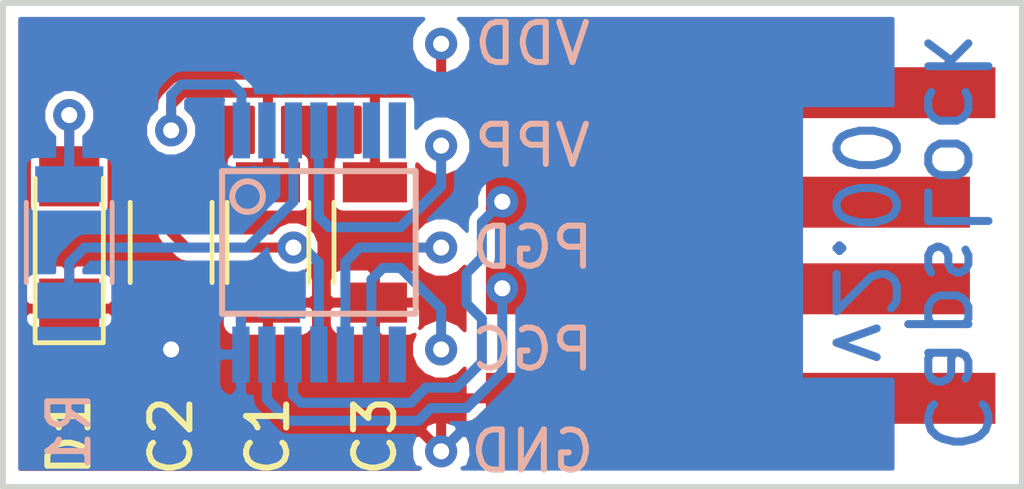
<source format=kicad_pcb>
(kicad_pcb (version 20170922) (host pcbnew no-vcs-found-72d4889~60~ubuntu17.04.1)

(general
  (thickness 2.4)
  (drawings 7)
  (tracks 97)
  (zones 0)
  (modules 12)
  (nets 16)
)

(page A4)
(title_block
  (title CapsLock)
  (date 2017-10-21)
  (rev 1.00)
  (company androidarmstrong@gmail.com)
)

(layers
  (0 F.Cu signal hide)
  (31 B.Cu signal)
  (32 B.Adhes user hide)
  (33 F.Adhes user hide)
  (34 B.Paste user hide)
  (35 F.Paste user hide)
  (36 B.SilkS user)
  (37 F.SilkS user)
  (38 B.Mask user hide)
  (39 F.Mask user hide)
  (40 Dwgs.User user hide)
  (41 Cmts.User user)
  (42 Eco1.User user hide)
  (43 Eco2.User user hide)
  (44 Edge.Cuts user)
  (45 Margin user hide)
  (46 B.CrtYd user)
  (47 F.CrtYd user)
  (48 B.Fab user)
  (49 F.Fab user)
)


(setup
  (last_trace_width 0.25)
  (user_trace_width 0.1524)
  (user_trace_width 0.254)
  (user_trace_width 0.3048)
  (user_trace_width 0.4064)
  (user_trace_width 0.508)
  (user_trace_width 0.762)
  (user_trace_width 1.016)
  (trace_clearance 0.2)
  (zone_clearance 0.1)
  (zone_45_only yes)
  (trace_min 0.1524)
  (segment_width 0.2)
  (edge_width 0.15)
  (via_size 0.8)
  (via_drill 0.4)
  (via_min_size 0.4)
  (via_min_drill 0.3)
  (uvia_size 0.3)
  (uvia_drill 0.1)
  (uvias_allowed no)
  (uvia_min_size 0.2)
  (uvia_min_drill 0.1)
  (pcb_text_width 0.3)
  (pcb_text_size 1.5 1.5)
  (mod_edge_width 0.15)
  (mod_text_size 1 1)
  (mod_text_width 0.15)
  (pad_size 0.8 0.8)
  (pad_drill 0.4)
  (pad_to_mask_clearance 0.2)
  (aux_axis_origin 101.6 62.865)
  (grid_origin 101.6 62.865)
  (visible_elements FFFDFF7F)
  (pcbplotparams
    (layerselection 0x012fc_ffffffff)
    (usegerberextensions false)
    (usegerberattributes true)
    (usegerberadvancedattributes true)
    (creategerberjobfile true)
    (excludeedgelayer true)
    (linewidth 0.100000)
    (plotframeref false)
    (viasonmask false)
    (mode 1)
    (useauxorigin true)
    (hpglpennumber 1)
    (hpglpenspeed 20)
    (hpglpendiameter 15)
    (psnegative false)
    (psa4output false)
    (plotreference true)
    (plotvalue true)
    (plotinvisibletext false)
    (padsonsilk false)
    (subtractmaskfromsilk false)
    (outputformat 1)
    (mirror false)
    (drillshape 0)
    (scaleselection 1)
    (outputdirectory gerber/))
)

(net 0 "")
(net 1 VDD)
(net 2 GND)
(net 3 /VUSB)
(net 4 /VPP)
(net 5 /PGD)
(net 6 /PGC)
(net 7 /D+)
(net 8 /D-)
(net 9 /N1)
(net 10 /RC3)
(net 11 /RC4)
(net 12 /RC5)
(net 13 /RA4)
(net 14 /RA5)
(net 15 /RC2)

(net_class Default "This is the default net class."
  (clearance 0.2)
  (trace_width 0.25)
  (via_dia 0.8)
  (via_drill 0.4)
  (uvia_dia 0.3)
  (uvia_drill 0.1)
  (add_net /D+)
  (add_net /D-)
  (add_net /N1)
  (add_net /PGC)
  (add_net /PGD)
  (add_net /RA4)
  (add_net /RA5)
  (add_net /RC2)
  (add_net /RC3)
  (add_net /RC4)
  (add_net /RC5)
  (add_net /VPP)
  (add_net /VUSB)
  (add_net GND)
  (add_net VDD)
)

  (module myKicadStuff:1pin (layer B.Cu) (tedit 59EBFE4F) (tstamp 59EB2B1E)
    (at 112.522 61.976)
    (descr "module 1 pin (ou trou mecanique de percage)")
    (tags DEV)
    (path /59E194D5)
    (clearance 0.3)
    (fp_text reference GND (at 2.275 0) (layer B.SilkS)
      (effects (font (size 1 1) (thickness 0.15)) (justify mirror))
    )
    (fp_text value GND (at 2.286 0) (layer B.Fab)
      (effects (font (size 1 1) (thickness 0.15)) (justify mirror))
    )
    (fp_circle (center 0 0) (end 0.508 0) (layer B.Fab) (width 0.0254))
    (fp_circle (center 0 0) (end 0.5 -0.25) (layer B.CrtYd) (width 0.01))
    (pad 1 thru_hole circle (at 0 0) (size 0.8 0.8) (drill 0.4) (layers *.Cu *.Mask)
      (net 2 GND) (zone_connect 1) (thermal_width 0.25))
  )

  (module myKicadStuff:1pin (layer B.Cu) (tedit 59EBFE4F) (tstamp 59EB2B16)
    (at 112.522 59.436)
    (descr "module 1 pin (ou trou mecanique de percage)")
    (tags DEV)
    (path /59E194A8)
    (clearance 0.3)
    (fp_text reference PGC (at 2.275 0) (layer B.SilkS)
      (effects (font (size 1 1) (thickness 0.15)) (justify mirror))
    )
    (fp_text value PGC (at 2.286 0) (layer B.Fab)
      (effects (font (size 1 1) (thickness 0.15)) (justify mirror))
    )
    (fp_circle (center 0 0) (end 0.508 0) (layer B.Fab) (width 0.0254))
    (fp_circle (center 0 0) (end 0.5 -0.25) (layer B.CrtYd) (width 0.01))
    (pad 1 thru_hole circle (at 0 0) (size 0.8 0.8) (drill 0.4) (layers *.Cu *.Mask)
      (net 6 /PGC) (zone_connect 1) (thermal_width 0.25))
  )

  (module myKicadStuff:1pin (layer B.Cu) (tedit 59EBFE4F) (tstamp 59EB2B0E)
    (at 112.522 56.896)
    (descr "module 1 pin (ou trou mecanique de percage)")
    (tags DEV)
    (path /59E19485)
    (clearance 0.3)
    (fp_text reference PGD (at 2.275 0) (layer B.SilkS)
      (effects (font (size 1 1) (thickness 0.15)) (justify mirror))
    )
    (fp_text value PGD (at 2.286 0) (layer B.Fab)
      (effects (font (size 1 1) (thickness 0.15)) (justify mirror))
    )
    (fp_circle (center 0 0) (end 0.508 0) (layer B.Fab) (width 0.0254))
    (fp_circle (center 0 0) (end 0.5 -0.25) (layer B.CrtYd) (width 0.01))
    (pad 1 thru_hole circle (at 0 0) (size 0.8 0.8) (drill 0.4) (layers *.Cu *.Mask)
      (net 5 /PGD) (zone_connect 1) (thermal_width 0.25))
  )

  (module myKicadStuff:1pin (layer B.Cu) (tedit 59EBFE4F) (tstamp 59EB2B06)
    (at 112.522 54.356)
    (descr "module 1 pin (ou trou mecanique de percage)")
    (tags DEV)
    (path /59E1942E)
    (clearance 0.3)
    (fp_text reference VPP (at 2.275 0) (layer B.SilkS)
      (effects (font (size 1 1) (thickness 0.15)) (justify mirror))
    )
    (fp_text value VPP (at 2.286 0) (layer B.Fab)
      (effects (font (size 1 1) (thickness 0.15)) (justify mirror))
    )
    (fp_circle (center 0 0) (end 0.508 0) (layer B.Fab) (width 0.0254))
    (fp_circle (center 0 0) (end 0.5 -0.25) (layer B.CrtYd) (width 0.01))
    (pad 1 thru_hole circle (at 0 0) (size 0.8 0.8) (drill 0.4) (layers *.Cu *.Mask)
      (net 4 /VPP) (zone_connect 1) (thermal_width 0.25))
  )

  (module myKicadStuff:1pin (layer B.Cu) (tedit 59EBFE4F) (tstamp 59EB2AFE)
    (at 112.522 51.816)
    (descr "module 1 pin (ou trou mecanique de percage)")
    (tags DEV)
    (path /59E1939A)
    (clearance 0.3)
    (fp_text reference VDD (at 2.275 0) (layer B.SilkS)
      (effects (font (size 1 1) (thickness 0.15)) (justify mirror))
    )
    (fp_text value VDD (at 2.286 0) (layer B.Fab)
      (effects (font (size 1 1) (thickness 0.15)) (justify mirror))
    )
    (fp_circle (center 0 0) (end 0.508 0) (layer B.Fab) (width 0.0254))
    (fp_circle (center 0 0) (end 0.5 -0.25) (layer B.CrtYd) (width 0.01))
    (pad 1 thru_hole circle (at 0 0) (size 0.8 0.8) (drill 0.4) (layers *.Cu *.Mask)
      (net 1 VDD) (zone_connect 1) (thermal_width 0.25))
  )

  (module myKicadStuff:USB-SMT-plug (layer F.Cu) (tedit 59E4724E) (tstamp 59E22807)
    (at 119.9896 56.8452)
    (path /59E187DF)
    (fp_text reference J1 (at -4.318 5.334) (layer F.SilkS) hide
      (effects (font (size 1 1) (thickness 0.15)))
    )
    (fp_text value USB_A (at -1.143 -5.207) (layer F.Fab) hide
      (effects (font (size 1 1) (thickness 0.15)))
    )
    (fp_line (start -6.765 6.0325) (end -6.765 -6.0325) (layer F.CrtYd) (width 0.15))
    (fp_line (start -6.765 6.0325) (end 6.985 6.0325) (layer F.CrtYd) (width 0.15))
    (fp_line (start 6.985 6.0325) (end 6.985 -6.0325) (layer F.CrtYd) (width 0.15))
    (fp_line (start 6.985 -6.0325) (end -6.765 -6.0325) (layer F.CrtYd) (width 0.15))
    (pad 4 smd rect (at 0 3.81) (size 12.7 1.27) (layers F.Cu F.Paste F.Mask)
      (net 2 GND))
    (pad 3 smd rect (at -0.3175 1.0795) (size 12.065 1.27) (layers F.Cu F.Paste F.Mask)
      (net 7 /D+))
    (pad 2 smd rect (at -0.3175 -1.0795) (size 12.065 1.27) (layers F.Cu F.Paste F.Mask)
      (net 8 /D-))
    (pad 1 smd rect (at 0 -3.81) (size 12.7 1.27) (layers F.Cu F.Paste F.Mask)
      (net 1 VDD))
  )

  (module SMD_Packages:SSOP-14 (layer B.Cu) (tedit 0) (tstamp 59E1F115)
    (at 109.474 56.769)
    (path /59E17EB7)
    (attr smd)
    (fp_text reference U1 (at -3.556 0 90) (layer B.SilkS) hide
      (effects (font (size 1 1) (thickness 0.15)) (justify mirror))
    )
    (fp_text value "PIC16(L)F1455-I/ST" (at 0 -0.508) (layer B.Fab) hide
      (effects (font (size 1 1) (thickness 0.15)) (justify mirror))
    )
    (fp_line (start -2.413 1.778) (end 2.413 1.778) (layer B.SilkS) (width 0.15))
    (fp_line (start 2.413 1.778) (end 2.413 -1.778) (layer B.SilkS) (width 0.15))
    (fp_line (start 2.413 -1.778) (end -2.413 -1.778) (layer B.SilkS) (width 0.15))
    (fp_line (start -2.413 -1.778) (end -2.413 1.778) (layer B.SilkS) (width 0.15))
    (fp_circle (center -1.778 -1.143) (end -2.159 -1.143) (layer B.SilkS) (width 0.15))
    (pad 1 smd rect (at -1.9304 -2.794) (size 0.4318 1.397) (layers B.Cu B.Paste B.Mask)
      (net 1 VDD))
    (pad 2 smd rect (at -1.2954 -2.794) (size 0.4318 1.397) (layers B.Cu B.Paste B.Mask)
      (net 14 /RA5))
    (pad 3 smd rect (at -0.635 -2.794) (size 0.4318 1.397) (layers B.Cu B.Paste B.Mask)
      (net 13 /RA4))
    (pad 4 smd rect (at 0 -2.794) (size 0.4318 1.397) (layers B.Cu B.Paste B.Mask)
      (net 4 /VPP))
    (pad 5 smd rect (at 0.6604 -2.794) (size 0.4318 1.397) (layers B.Cu B.Paste B.Mask)
      (net 12 /RC5))
    (pad 6 smd rect (at 1.3081 -2.794) (size 0.4318 1.397) (layers B.Cu B.Paste B.Mask)
      (net 11 /RC4))
    (pad 7 smd rect (at 1.9558 -2.794) (size 0.4318 1.397) (layers B.Cu B.Paste B.Mask)
      (net 10 /RC3))
    (pad 8 smd rect (at 1.9558 2.794) (size 0.4318 1.397) (layers B.Cu B.Paste B.Mask)
      (net 15 /RC2))
    (pad 9 smd rect (at 1.3081 2.794) (size 0.4318 1.397) (layers B.Cu B.Paste B.Mask)
      (net 6 /PGC))
    (pad 10 smd rect (at 0.6604 2.794) (size 0.4318 1.397) (layers B.Cu B.Paste B.Mask)
      (net 5 /PGD))
    (pad 11 smd rect (at 0 2.794) (size 0.4318 1.397) (layers B.Cu B.Paste B.Mask)
      (net 3 /VUSB))
    (pad 12 smd rect (at -0.6477 2.794) (size 0.4318 1.397) (layers B.Cu B.Paste B.Mask)
      (net 8 /D-))
    (pad 13 smd rect (at -1.2954 2.794) (size 0.4318 1.397) (layers B.Cu B.Paste B.Mask)
      (net 7 /D+))
    (pad 14 smd rect (at -1.9431 2.794) (size 0.4318 1.397) (layers B.Cu B.Paste B.Mask)
      (net 2 GND))
    (model SMD_Packages.3dshapes/SSOP-14.wrl
      (at (xyz 0 0 0))
      (scale (xyz 0.25 0.35 0.25))
      (rotate (xyz 0 0 0))
    )
  )

  (module Capacitors_SMD:C_1206 (layer F.Cu) (tedit 59E88808) (tstamp 59E2ADFA)
    (at 105.791 56.769 270)
    (descr "Capacitor SMD 1206, reflow soldering, AVX (see smccp.pdf)")
    (tags "capacitor 1206")
    (path /59E1805A)
    (attr smd)
    (fp_text reference C2 (at 4.826 0 270) (layer F.SilkS)
      (effects (font (size 1 1) (thickness 0.15)))
    )
    (fp_text value 470nF (at 0 2 270) (layer F.Fab) hide
      (effects (font (size 1 1) (thickness 0.15)))
    )
    (fp_text user %R (at 0 -1.75 270) (layer F.Fab) hide
      (effects (font (size 1 1) (thickness 0.15)))
    )
    (fp_line (start -1.6 0.8) (end -1.6 -0.8) (layer F.Fab) (width 0.1))
    (fp_line (start 1.6 0.8) (end -1.6 0.8) (layer F.Fab) (width 0.1))
    (fp_line (start 1.6 -0.8) (end 1.6 0.8) (layer F.Fab) (width 0.1))
    (fp_line (start -1.6 -0.8) (end 1.6 -0.8) (layer F.Fab) (width 0.1))
    (fp_line (start 1 -1.02) (end -1 -1.02) (layer F.SilkS) (width 0.12))
    (fp_line (start -1 1.02) (end 1 1.02) (layer F.SilkS) (width 0.12))
    (fp_line (start -2.25 -1.05) (end 2.25 -1.05) (layer F.CrtYd) (width 0.05))
    (fp_line (start -2.25 -1.05) (end -2.25 1.05) (layer F.CrtYd) (width 0.05))
    (fp_line (start 2.25 1.05) (end 2.25 -1.05) (layer F.CrtYd) (width 0.05))
    (fp_line (start 2.25 1.05) (end -2.25 1.05) (layer F.CrtYd) (width 0.05))
    (pad 1 smd rect (at -1.5 0 270) (size 1 1.6) (layers F.Cu F.Paste F.Mask)
      (net 3 /VUSB))
    (pad 2 smd rect (at 1.5 0 270) (size 1 1.6) (layers F.Cu F.Paste F.Mask)
      (net 2 GND))
    (model Capacitors_SMD.3dshapes/C_1206.wrl
      (at (xyz 0 0 0))
      (scale (xyz 1 1 1))
      (rotate (xyz 0 0 0))
    )
  )

  (module Capacitors_SMD:C_1206 (layer F.Cu) (tedit 59E888EC) (tstamp 59E2AE0A)
    (at 110.871 56.769 270)
    (descr "Capacitor SMD 1206, reflow soldering, AVX (see smccp.pdf)")
    (tags "capacitor 1206")
    (path /59E19F52)
    (attr smd)
    (fp_text reference C3 (at 4.826 0 270) (layer F.SilkS)
      (effects (font (size 1 1) (thickness 0.15)))
    )
    (fp_text value 2.2μF (at 0 2 270) (layer F.Fab) hide
      (effects (font (size 1 1) (thickness 0.15)))
    )
    (fp_text user %R (at 0 -1.75 270) (layer F.Fab) hide
      (effects (font (size 1 1) (thickness 0.15)))
    )
    (fp_line (start -1.6 0.8) (end -1.6 -0.8) (layer F.Fab) (width 0.1))
    (fp_line (start 1.6 0.8) (end -1.6 0.8) (layer F.Fab) (width 0.1))
    (fp_line (start 1.6 -0.8) (end 1.6 0.8) (layer F.Fab) (width 0.1))
    (fp_line (start -1.6 -0.8) (end 1.6 -0.8) (layer F.Fab) (width 0.1))
    (fp_line (start 1 -1.02) (end -1 -1.02) (layer F.SilkS) (width 0.12))
    (fp_line (start -1 1.02) (end 1 1.02) (layer F.SilkS) (width 0.12))
    (fp_line (start -2.25 -1.05) (end 2.25 -1.05) (layer F.CrtYd) (width 0.05))
    (fp_line (start -2.25 -1.05) (end -2.25 1.05) (layer F.CrtYd) (width 0.05))
    (fp_line (start 2.25 1.05) (end 2.25 -1.05) (layer F.CrtYd) (width 0.05))
    (fp_line (start 2.25 1.05) (end -2.25 1.05) (layer F.CrtYd) (width 0.05))
    (pad 1 smd rect (at -1.5 0 270) (size 1 1.6) (layers F.Cu F.Paste F.Mask)
      (net 1 VDD))
    (pad 2 smd rect (at 1.5 0 270) (size 1 1.6) (layers F.Cu F.Paste F.Mask)
      (net 2 GND))
    (model Capacitors_SMD.3dshapes/C_1206.wrl
      (at (xyz 0 0 0))
      (scale (xyz 1 1 1))
      (rotate (xyz 0 0 0))
    )
  )

  (module LEDs:LED_1206 (layer F.Cu) (tedit 57FE943C) (tstamp 59E2AE1A)
    (at 103.251 56.769 90)
    (descr "LED 1206 smd package")
    (tags "LED led 1206 SMD smd SMT smt smdled SMDLED smtled SMTLED")
    (path /59E183E5)
    (attr smd)
    (fp_text reference D1 (at -4.826 0 90) (layer F.SilkS)
      (effects (font (size 1 1) (thickness 0.15)))
    )
    (fp_text value LED (at 0 1.7 90) (layer F.Fab) hide
      (effects (font (size 1 1) (thickness 0.15)))
    )
    (fp_line (start -2.5 -0.85) (end -2.5 0.85) (layer F.SilkS) (width 0.12))
    (fp_line (start -0.45 -0.4) (end -0.45 0.4) (layer F.Fab) (width 0.1))
    (fp_line (start -0.4 0) (end 0.2 -0.4) (layer F.Fab) (width 0.1))
    (fp_line (start 0.2 0.4) (end -0.4 0) (layer F.Fab) (width 0.1))
    (fp_line (start 0.2 -0.4) (end 0.2 0.4) (layer F.Fab) (width 0.1))
    (fp_line (start 1.6 0.8) (end -1.6 0.8) (layer F.Fab) (width 0.1))
    (fp_line (start 1.6 -0.8) (end 1.6 0.8) (layer F.Fab) (width 0.1))
    (fp_line (start -1.6 -0.8) (end 1.6 -0.8) (layer F.Fab) (width 0.1))
    (fp_line (start -1.6 0.8) (end -1.6 -0.8) (layer F.Fab) (width 0.1))
    (fp_line (start -2.45 0.85) (end 1.6 0.85) (layer F.SilkS) (width 0.12))
    (fp_line (start -2.45 -0.85) (end 1.6 -0.85) (layer F.SilkS) (width 0.12))
    (fp_line (start 2.65 -1) (end 2.65 1) (layer F.CrtYd) (width 0.05))
    (fp_line (start 2.65 1) (end -2.65 1) (layer F.CrtYd) (width 0.05))
    (fp_line (start -2.65 1) (end -2.65 -1) (layer F.CrtYd) (width 0.05))
    (fp_line (start -2.65 -1) (end 2.65 -1) (layer F.CrtYd) (width 0.05))
    (pad 2 smd rect (at 1.65 0 270) (size 1.5 1.5) (layers F.Cu F.Paste F.Mask)
      (net 9 /N1))
    (pad 1 smd rect (at -1.65 0 270) (size 1.5 1.5) (layers F.Cu F.Paste F.Mask)
      (net 2 GND))
    (model ${KISYS3DMOD}/LEDs.3dshapes/LED_1206.wrl
      (at (xyz 0 0 0))
      (scale (xyz 1 1 1))
      (rotate (xyz 0 0 180))
    )
  )

  (module Resistors_SMD:R_1206 (layer B.Cu) (tedit 59E88833) (tstamp 59E2AE2E)
    (at 103.251 56.769 90)
    (descr "Resistor SMD 1206, reflow soldering, Vishay (see dcrcw.pdf)")
    (tags "resistor 1206")
    (path /59E185B0)
    (attr smd)
    (fp_text reference R1 (at -4.699 0 90) (layer B.SilkS)
      (effects (font (size 1 1) (thickness 0.15)) (justify mirror))
    )
    (fp_text value 470Ω (at 0 -1.95 90) (layer B.Fab) hide
      (effects (font (size 1 1) (thickness 0.15)) (justify mirror))
    )
    (fp_text user %R (at 0 0 90) (layer B.Fab) hide
      (effects (font (size 0.7 0.7) (thickness 0.105)) (justify mirror))
    )
    (fp_line (start -1.6 -0.8) (end -1.6 0.8) (layer B.Fab) (width 0.1))
    (fp_line (start 1.6 -0.8) (end -1.6 -0.8) (layer B.Fab) (width 0.1))
    (fp_line (start 1.6 0.8) (end 1.6 -0.8) (layer B.Fab) (width 0.1))
    (fp_line (start -1.6 0.8) (end 1.6 0.8) (layer B.Fab) (width 0.1))
    (fp_line (start 1 -1.07) (end -1 -1.07) (layer B.SilkS) (width 0.12))
    (fp_line (start -1 1.07) (end 1 1.07) (layer B.SilkS) (width 0.12))
    (fp_line (start -2.15 1.11) (end 2.15 1.11) (layer B.CrtYd) (width 0.05))
    (fp_line (start -2.15 1.11) (end -2.15 -1.1) (layer B.CrtYd) (width 0.05))
    (fp_line (start 2.15 -1.1) (end 2.15 1.11) (layer B.CrtYd) (width 0.05))
    (fp_line (start 2.15 -1.1) (end -2.15 -1.1) (layer B.CrtYd) (width 0.05))
    (pad 1 smd rect (at -1.45 0 90) (size 0.9 1.7) (layers B.Cu B.Paste B.Mask)
      (net 13 /RA4))
    (pad 2 smd rect (at 1.45 0 90) (size 0.9 1.7) (layers B.Cu B.Paste B.Mask)
      (net 9 /N1))
    (model ${KISYS3DMOD}/Resistors_SMD.3dshapes/R_1206.wrl
      (at (xyz 0 0 0))
      (scale (xyz 1 1 1))
      (rotate (xyz 0 0 0))
    )
  )

  (module Capacitors_SMD:C_1206 (layer F.Cu) (tedit 59E88813) (tstamp 59E2F5B1)
    (at 108.204 56.769 270)
    (descr "Capacitor SMD 1206, reflow soldering, AVX (see smccp.pdf)")
    (tags "capacitor 1206")
    (path /59E18100)
    (attr smd)
    (fp_text reference C1 (at 4.826 0 270) (layer F.SilkS)
      (effects (font (size 1 1) (thickness 0.15)))
    )
    (fp_text value 100nF (at 0 2 270) (layer F.Fab) hide
      (effects (font (size 1 1) (thickness 0.15)))
    )
    (fp_text user %R (at 0 -1.75 270) (layer F.Fab) hide
      (effects (font (size 1 1) (thickness 0.15)))
    )
    (fp_line (start -1.6 0.8) (end -1.6 -0.8) (layer F.Fab) (width 0.1))
    (fp_line (start 1.6 0.8) (end -1.6 0.8) (layer F.Fab) (width 0.1))
    (fp_line (start 1.6 -0.8) (end 1.6 0.8) (layer F.Fab) (width 0.1))
    (fp_line (start -1.6 -0.8) (end 1.6 -0.8) (layer F.Fab) (width 0.1))
    (fp_line (start 1 -1.02) (end -1 -1.02) (layer F.SilkS) (width 0.12))
    (fp_line (start -1 1.02) (end 1 1.02) (layer F.SilkS) (width 0.12))
    (fp_line (start -2.25 -1.05) (end 2.25 -1.05) (layer F.CrtYd) (width 0.05))
    (fp_line (start -2.25 -1.05) (end -2.25 1.05) (layer F.CrtYd) (width 0.05))
    (fp_line (start 2.25 1.05) (end 2.25 -1.05) (layer F.CrtYd) (width 0.05))
    (fp_line (start 2.25 1.05) (end -2.25 1.05) (layer F.CrtYd) (width 0.05))
    (pad 1 smd rect (at -1.5 0 270) (size 1 1.6) (layers F.Cu F.Paste F.Mask)
      (net 1 VDD))
    (pad 2 smd rect (at 1.5 0 270) (size 1 1.6) (layers F.Cu F.Paste F.Mask)
      (net 2 GND))
    (model Capacitors_SMD.3dshapes/C_1206.wrl
      (at (xyz 0 0 0))
      (scale (xyz 1 1 1))
      (rotate (xyz 0 0 0))
    )
  )

  (gr_text v2.00 (at 123.063 56.769 270) (layer B.Cu)
    (effects (font (size 1.5 1.5) (thickness 0.2)) (justify mirror))
  )
  (gr_text CapsLock (at 125.349 56.769 270) (layer B.Cu)
    (effects (font (size 1.5 1.5) (thickness 0.2)) (justify mirror))
  )
  (gr_text "Gold-plated fingers" (at 120.1 54.4) (layer Cmts.User)
    (effects (font (size 0.5 0.5) (thickness 0.0625)))
  )
  (gr_line (start 101.6 62.865) (end 127 62.865) (angle 90) (layer Edge.Cuts) (width 0.15))
  (gr_line (start 101.6 62.865) (end 101.6 50.8) (angle 90) (layer Edge.Cuts) (width 0.15))
  (gr_line (start 127 50.8) (end 127 62.865) (angle 90) (layer Edge.Cuts) (width 0.15))
  (gr_line (start 101.6 50.8) (end 127 50.8) (angle 90) (layer Edge.Cuts) (width 0.15))

  (segment (start 105.791 53.975) (end 105.791 53.086) (width 0.25) (layer B.Cu) (net 1))
  (segment (start 105.791 53.34) (end 106.0958 53.0352) (width 0.25) (layer F.Cu) (net 1) (tstamp 59EBF77E))
  (segment (start 106.0958 53.0352) (end 106.3498 53.0352) (width 0.25) (layer F.Cu) (net 1) (tstamp 59EBF784))
  (segment (start 107.5436 53.975) (end 107.5436 53.061998) (width 0.25) (layer B.Cu) (net 1) (status 400000))
  (via (at 105.791 53.975) (size 0.8) (drill 0.4) (layers F.Cu B.Cu) (net 1))
  (segment (start 106.3498 53.0352) (end 108.204 53.0352) (width 0.25) (layer F.Cu) (net 1))
  (segment (start 105.791 53.975) (end 105.791 53.34) (width 0.25) (layer F.Cu) (net 1))
  (segment (start 107.313602 52.832) (end 107.5436 53.061998) (width 0.25) (layer B.Cu) (net 1) (tstamp 59EBF7E0))
  (segment (start 106.045 52.832) (end 107.313602 52.832) (width 0.25) (layer B.Cu) (net 1) (tstamp 59EBF7DD))
  (segment (start 105.791 53.086) (end 106.045 52.832) (width 0.25) (layer B.Cu) (net 1) (tstamp 59EBF7D8))
  (segment (start 112.522 53.0352) (end 112.522 51.816) (width 0.25) (layer F.Cu) (net 1) (status 800020))
  (segment (start 110.871 53.0352) (end 112.395 53.0352) (width 0.25) (layer F.Cu) (net 1))
  (segment (start 110.871 55.269) (end 110.871 53.0352) (width 0.25) (layer F.Cu) (net 1) (status 400000))
  (segment (start 110.871 53.0352) (end 110.871 53.086) (width 0.25) (layer F.Cu) (net 1) (tstamp 59E38997))
  (segment (start 110.871 53.086) (end 110.871 53.0352) (width 0.25) (layer F.Cu) (net 1) (tstamp 59E38999))
  (segment (start 108.204 55.269) (end 108.204 53.0352) (width 0.25) (layer F.Cu) (net 1) (status 400000))
  (segment (start 108.204 53.0352) (end 108.204 53.086) (width 0.25) (layer F.Cu) (net 1) (tstamp 59E38984))
  (segment (start 108.204 53.086) (end 108.204 53.0352) (width 0.25) (layer F.Cu) (net 1) (tstamp 59E38986))
  (segment (start 119.9896 53.0352) (end 112.522 53.0352) (width 0.25) (layer F.Cu) (net 1) (status 400000))
  (segment (start 112.522 53.0352) (end 112.395 53.0352) (width 0.25) (layer F.Cu) (net 1) (tstamp 59E7485D))
  (segment (start 110.998 53.0352) (end 110.871 53.0352) (width 0.25) (layer F.Cu) (net 1) (tstamp 59E3898C))
  (segment (start 110.871 53.0352) (end 108.204 53.0352) (width 0.25) (layer F.Cu) (net 1) (tstamp 59E3899A))
  (segment (start 107.5309 59.563) (end 107.5309 60.4901) (width 0.25) (layer B.Cu) (net 2) (status 400000))
  (segment (start 107.315 60.706) (end 106.045 60.706) (width 0.25) (layer B.Cu) (net 2) (tstamp 59E88C85))
  (via (at 105.791 59.436) (size 0.8) (drill 0.4) (layers F.Cu B.Cu) (net 2))
  (segment (start 106.045 60.706) (end 105.791 60.452) (width 0.25) (layer B.Cu) (net 2) (tstamp 59E88C8A))
  (segment (start 105.791 60.452) (end 105.791 59.436) (width 0.25) (layer B.Cu) (net 2))
  (segment (start 107.5309 60.4901) (end 107.315 60.706) (width 0.25) (layer B.Cu) (net 2) (tstamp 59EBF908))
  (segment (start 112.522 60.6552) (end 112.522 61.976) (width 0.25) (layer F.Cu) (net 2) (status 800020))
  (segment (start 110.871 60.6552) (end 110.871 58.269) (width 0.25) (layer F.Cu) (net 2) (status 800000))
  (segment (start 108.204 60.6552) (end 108.204 58.269) (width 0.25) (layer F.Cu) (net 2) (status 800000))
  (segment (start 105.791 60.6552) (end 105.791 59.436) (width 0.25) (layer F.Cu) (net 2))
  (segment (start 119.9896 60.6552) (end 112.522 60.6552) (width 0.25) (layer F.Cu) (net 2) (status 400000))
  (segment (start 112.522 60.6552) (end 110.871 60.6552) (width 0.25) (layer F.Cu) (net 2) (tstamp 59E8875F))
  (segment (start 110.871 60.6552) (end 108.204 60.6552) (width 0.25) (layer F.Cu) (net 2) (tstamp 59E88756))
  (segment (start 108.204 60.6552) (end 105.791 60.6552) (width 0.25) (layer F.Cu) (net 2) (tstamp 59E8874C))
  (segment (start 105.791 60.6552) (end 103.5812 60.6552) (width 0.25) (layer F.Cu) (net 2) (tstamp 59E8873E))
  (segment (start 103.5812 60.6552) (end 103.251 60.325) (width 0.25) (layer F.Cu) (net 2) (tstamp 59E88723))
  (segment (start 103.251 60.325) (end 103.251 58.419) (width 0.25) (layer F.Cu) (net 2) (tstamp 59E8872B) (status 800000))
  (segment (start 105.791 59.436) (end 105.791 59.4106) (width 0.25) (layer F.Cu) (net 2) (tstamp 59E8864D))
  (segment (start 105.791 58.269) (end 105.791 59.4106) (width 0.25) (layer F.Cu) (net 2) (status 400000))
  (segment (start 109.474 59.563) (end 109.474 57.277) (width 0.25) (layer B.Cu) (net 3) (status 400000))
  (segment (start 105.791 56.515) (end 105.791 55.269) (width 0.25) (layer F.Cu) (net 3) (tstamp 59E74AC7) (status 800000))
  (segment (start 105.918 56.642) (end 105.791 56.515) (width 0.25) (layer F.Cu) (net 3) (tstamp 59E74AC6))
  (segment (start 106.172 56.896) (end 105.918 56.642) (width 0.25) (layer F.Cu) (net 3) (tstamp 59E74AC5))
  (segment (start 108.839 56.896) (end 106.172 56.896) (width 0.25) (layer F.Cu) (net 3) (tstamp 59E74AC4))
  (via (at 108.839 56.896) (size 0.8) (drill 0.4) (layers F.Cu B.Cu) (net 3))
  (segment (start 109.093 56.896) (end 108.839 56.896) (width 0.25) (layer B.Cu) (net 3) (tstamp 59E74AC2))
  (segment (start 109.474 57.277) (end 109.093 56.896) (width 0.25) (layer B.Cu) (net 3) (tstamp 59E74AC1))
  (segment (start 109.474 53.975) (end 109.474 56.134) (width 0.25) (layer B.Cu) (net 4) (status 400000))
  (segment (start 112.522 55.372) (end 112.522 54.356) (width 0.25) (layer B.Cu) (net 4) (tstamp 59E748AE) (status 800020))
  (segment (start 111.506 56.388) (end 112.522 55.372) (width 0.25) (layer B.Cu) (net 4) (tstamp 59E748AC))
  (segment (start 109.728 56.388) (end 111.506 56.388) (width 0.25) (layer B.Cu) (net 4) (tstamp 59E748AB))
  (segment (start 109.474 56.134) (end 109.728 56.388) (width 0.25) (layer B.Cu) (net 4) (tstamp 59E748AA))
  (segment (start 110.1344 59.563) (end 110.1344 57.2516) (width 0.25) (layer B.Cu) (net 5) (status 400000))
  (segment (start 110.49 56.896) (end 112.522 56.896) (width 0.25) (layer B.Cu) (net 5) (tstamp 59E74864) (status 800020))
  (segment (start 110.1344 57.2516) (end 110.49 56.896) (width 0.25) (layer B.Cu) (net 5) (tstamp 59E74863))
  (segment (start 110.7821 59.563) (end 110.7821 57.6961) (width 0.25) (layer B.Cu) (net 6) (status 400000))
  (segment (start 112.522 58.42) (end 112.522 59.436) (width 0.25) (layer B.Cu) (net 6) (tstamp 59E748B6) (status 800020))
  (segment (start 111.506 57.404) (end 112.522 58.42) (width 0.25) (layer B.Cu) (net 6) (tstamp 59E748B5))
  (segment (start 111.0742 57.404) (end 111.506 57.404) (width 0.25) (layer B.Cu) (net 6) (tstamp 59E748B4))
  (segment (start 110.7821 57.6961) (end 111.0742 57.404) (width 0.25) (layer B.Cu) (net 6) (tstamp 59E748B3))
  (segment (start 108.712 61.214) (end 111.951898 61.214) (width 0.25) (layer B.Cu) (net 7))
  (segment (start 114.0587 57.9247) (end 114.046 57.912) (width 0.25) (layer F.Cu) (net 7) (tstamp 59E74896))
  (via (at 114.046 57.912) (size 0.8) (drill 0.4) (layers F.Cu B.Cu) (net 7))
  (segment (start 114.046 58.42) (end 114.046 57.912) (width 0.25) (layer B.Cu) (net 7) (tstamp 59E74894))
  (segment (start 108.1786 60.6806) (end 108.712 61.214) (width 0.25) (layer B.Cu) (net 7) (tstamp 59E74890))
  (segment (start 108.1786 60.6806) (end 108.1786 59.563) (width 0.25) (layer B.Cu) (net 7) (status 800000))
  (segment (start 114.046 60.0075) (end 114.046 58.42) (width 0.25) (layer B.Cu) (net 7) (tstamp 59EBF6C7))
  (segment (start 113.157 60.8965) (end 114.046 60.0075) (width 0.25) (layer B.Cu) (net 7) (tstamp 59EBF6B4))
  (segment (start 112.269398 60.8965) (end 113.157 60.8965) (width 0.25) (layer B.Cu) (net 7) (tstamp 59EBF6AD))
  (segment (start 111.951898 61.214) (end 112.269398 60.8965) (width 0.25) (layer B.Cu) (net 7) (tstamp 59EBF6AC))
  (segment (start 114.0587 57.9247) (end 119.6721 57.9247) (width 0.25) (layer F.Cu) (net 7) (tstamp 59E74897) (status 800000))
  (segment (start 114.0587 57.9247) (end 119.6721 57.9247) (width 0.25) (layer F.Cu) (net 7) (tstamp 59E74876) (status 800000))
  (segment (start 113.538 58.674) (end 113.538 59.7535) (width 0.25) (layer B.Cu) (net 8))
  (segment (start 113.538 58.674) (end 113.157 58.293) (width 0.25) (layer B.Cu) (net 8) (tstamp 59E88A63))
  (segment (start 113.157 58.293) (end 113.157 57.531) (width 0.25) (layer B.Cu) (net 8) (tstamp 59E88A6B))
  (segment (start 113.157 57.531) (end 113.538 57.15) (width 0.25) (layer B.Cu) (net 8) (tstamp 59E88A70))
  (segment (start 113.538 57.15) (end 113.538 56.261) (width 0.25) (layer B.Cu) (net 8) (tstamp 59E88A75))
  (segment (start 113.538 56.261) (end 114.046 55.753) (width 0.25) (layer B.Cu) (net 8) (tstamp 59E88A79))
  (segment (start 108.8263 59.563) (end 108.8263 60.5663) (width 0.25) (layer B.Cu) (net 8) (status 400000))
  (segment (start 108.8263 60.5663) (end 109.023998 60.763998) (width 0.25) (layer B.Cu) (net 8) (tstamp 59E7487E))
  (segment (start 114.046 55.753) (end 114.0587 55.7657) (width 0.25) (layer F.Cu) (net 8) (tstamp 59E88AEB) (status C00000))
  (via (at 114.046 55.753) (size 0.8) (drill 0.4) (layers F.Cu B.Cu) (net 8) (status 800000))
  (segment (start 111.765502 60.763998) (end 109.023998 60.763998) (width 0.25) (layer B.Cu) (net 8) (tstamp 59EBF622))
  (segment (start 112.141 60.3885) (end 111.765502 60.763998) (width 0.25) (layer B.Cu) (net 8) (tstamp 59EBF61C))
  (segment (start 112.903 60.3885) (end 112.141 60.3885) (width 0.25) (layer B.Cu) (net 8) (tstamp 59EBF61A))
  (segment (start 113.538 59.7535) (end 112.903 60.3885) (width 0.25) (layer B.Cu) (net 8) (tstamp 59EBF617))
  (segment (start 114.0587 55.7657) (end 119.6721 55.7657) (width 0.25) (layer F.Cu) (net 8) (tstamp 59E88AEC) (status C00000))
  (segment (start 103.251 55.119) (end 103.251 53.594) (width 0.25) (layer F.Cu) (net 9) (status 400010))
  (segment (start 103.251 53.594) (end 103.251 55.319) (width 0.25) (layer B.Cu) (net 9) (tstamp 59E2D28D) (status 800020))
  (via (at 103.251 53.594) (size 0.8) (drill 0.4) (layers F.Cu B.Cu) (net 9))
  (segment (start 108.839 53.975) (end 108.839 55.753) (width 0.25) (layer B.Cu) (net 13) (status 400000))
  (segment (start 107.696 56.896) (end 103.632 56.896) (width 0.25) (layer B.Cu) (net 13) (tstamp 59E74AEE))
  (segment (start 103.632 56.896) (end 103.251 57.277) (width 0.25) (layer B.Cu) (net 13) (tstamp 59E74AEF))
  (segment (start 103.251 57.277) (end 103.251 58.219) (width 0.25) (layer B.Cu) (net 13) (tstamp 59E74AF0) (status 800000))
  (segment (start 108.839 55.753) (end 107.696 56.896) (width 0.25) (layer B.Cu) (net 13) (tstamp 59E7C4E0))

  (zone (net 2) (net_name GND) (layer B.Cu) (tstamp 59EAEC35) (hatch edge 0.508)
    (connect_pads (clearance 0.1))
    (min_thickness 0.1)
    (fill yes (arc_segments 16) (thermal_gap 0.3) (thermal_bridge_width 0.25))
    (polygon
      (pts
        (xy 126.619 62.457) (xy 101.981 62.457) (xy 101.981 51.146) (xy 126.619 51.146)
      )
    )
    (filled_polygon
      (pts
        (xy 111.886552 51.390605) (xy 111.772131 51.666161) (xy 111.77187 51.96453) (xy 111.885811 52.240286) (xy 112.096605 52.451448)
        (xy 112.372161 52.565869) (xy 112.67053 52.56613) (xy 112.946286 52.452189) (xy 113.157448 52.241395) (xy 113.271869 51.965839)
        (xy 113.27213 51.66747) (xy 113.158189 51.391714) (xy 112.962816 51.196) (xy 123.775 51.196) (xy 123.775 53.347572)
        (xy 121.493 53.347572) (xy 121.493 60.190429) (xy 123.775 60.190429) (xy 123.775 62.407) (xy 113.059069 62.407)
        (xy 113.050937 62.398868) (xy 113.18175 62.362632) (xy 113.279487 62.080726) (xy 113.261904 61.782876) (xy 113.18175 61.589368)
        (xy 113.050935 61.553131) (xy 112.628066 61.976) (xy 112.642209 61.990143) (xy 112.536143 62.096209) (xy 112.522 62.082066)
        (xy 112.507858 62.096209) (xy 112.401792 61.990143) (xy 112.415934 61.976) (xy 112.401792 61.961858) (xy 112.507858 61.855792)
        (xy 112.522 61.869934) (xy 112.944869 61.447065) (xy 112.908632 61.31625) (xy 112.779558 61.2715) (xy 113.157 61.2715)
        (xy 113.300507 61.242955) (xy 113.422165 61.161665) (xy 114.311165 60.272665) (xy 114.392455 60.151007) (xy 114.421 60.0075)
        (xy 114.421 58.456091) (xy 114.596722 58.280676) (xy 114.695887 58.04186) (xy 114.696112 57.783274) (xy 114.597364 57.544286)
        (xy 114.414676 57.361278) (xy 114.17586 57.262113) (xy 113.917274 57.261888) (xy 113.888368 57.273832) (xy 113.913 57.15)
        (xy 113.913 56.41633) (xy 113.926434 56.402896) (xy 114.174726 56.403112) (xy 114.413714 56.304364) (xy 114.596722 56.121676)
        (xy 114.695887 55.88286) (xy 114.696112 55.624274) (xy 114.597364 55.385286) (xy 114.414676 55.202278) (xy 114.17586 55.103113)
        (xy 113.917274 55.102888) (xy 113.678286 55.201636) (xy 113.495278 55.384324) (xy 113.396113 55.62314) (xy 113.395896 55.872774)
        (xy 113.272835 55.995835) (xy 113.191545 56.117493) (xy 113.189455 56.128) (xy 113.163 56.261) (xy 113.163 56.483357)
        (xy 113.158189 56.471714) (xy 112.947395 56.260552) (xy 112.671839 56.146131) (xy 112.37347 56.14587) (xy 112.211559 56.212771)
        (xy 112.787165 55.637165) (xy 112.868455 55.515507) (xy 112.897 55.372) (xy 112.897 55.012554) (xy 112.946286 54.992189)
        (xy 113.157448 54.781395) (xy 113.271869 54.505839) (xy 113.27213 54.20747) (xy 113.158189 53.931714) (xy 112.947395 53.720552)
        (xy 112.671839 53.606131) (xy 112.37347 53.60587) (xy 112.097714 53.719811) (xy 111.900597 53.916584) (xy 111.900597 53.2765)
        (xy 111.881194 53.178955) (xy 111.825939 53.096261) (xy 111.743245 53.041006) (xy 111.6457 53.021603) (xy 111.2139 53.021603)
        (xy 111.116355 53.041006) (xy 111.10595 53.047958) (xy 111.095545 53.041006) (xy 110.998 53.021603) (xy 110.5662 53.021603)
        (xy 110.468655 53.041006) (xy 110.45825 53.047958) (xy 110.447845 53.041006) (xy 110.3503 53.021603) (xy 109.9185 53.021603)
        (xy 109.820955 53.041006) (xy 109.8042 53.052201) (xy 109.787445 53.041006) (xy 109.6899 53.021603) (xy 109.2581 53.021603)
        (xy 109.160555 53.041006) (xy 109.1565 53.043715) (xy 109.152445 53.041006) (xy 109.0549 53.021603) (xy 108.6231 53.021603)
        (xy 108.525555 53.041006) (xy 108.5088 53.052201) (xy 108.492045 53.041006) (xy 108.3945 53.021603) (xy 107.9627 53.021603)
        (xy 107.912549 53.031579) (xy 107.890055 52.918492) (xy 107.890055 52.918491) (xy 107.808765 52.796833) (xy 107.578767 52.566835)
        (xy 107.457109 52.485545) (xy 107.313602 52.457) (xy 106.045 52.457) (xy 105.901493 52.485545) (xy 105.779835 52.566835)
        (xy 105.525835 52.820835) (xy 105.444545 52.942493) (xy 105.437978 52.975507) (xy 105.416 53.086) (xy 105.416 53.430909)
        (xy 105.240278 53.606324) (xy 105.141113 53.84514) (xy 105.140888 54.103726) (xy 105.239636 54.342714) (xy 105.422324 54.525722)
        (xy 105.66114 54.624887) (xy 105.919726 54.625112) (xy 106.158714 54.526364) (xy 106.341722 54.343676) (xy 106.440887 54.10486)
        (xy 106.441112 53.846274) (xy 106.342364 53.607286) (xy 106.166 53.430613) (xy 106.166 53.24133) (xy 106.20033 53.207)
        (xy 107.086627 53.207) (xy 107.072803 53.2765) (xy 107.072803 54.6735) (xy 107.092206 54.771045) (xy 107.147461 54.853739)
        (xy 107.230155 54.908994) (xy 107.3277 54.928397) (xy 107.7595 54.928397) (xy 107.857045 54.908994) (xy 107.8611 54.906285)
        (xy 107.865155 54.908994) (xy 107.9627 54.928397) (xy 108.3945 54.928397) (xy 108.464 54.914573) (xy 108.464 55.59767)
        (xy 107.54067 56.521) (xy 103.632 56.521) (xy 103.488494 56.549545) (xy 103.488492 56.549546) (xy 103.488493 56.549546)
        (xy 103.366835 56.630835) (xy 102.985835 57.011835) (xy 102.904545 57.133493) (xy 102.901262 57.15) (xy 102.876 57.277)
        (xy 102.876 57.514103) (xy 102.401 57.514103) (xy 102.303455 57.533506) (xy 102.220761 57.588761) (xy 102.165506 57.671455)
        (xy 102.146103 57.769) (xy 102.146103 58.669) (xy 102.165506 58.766545) (xy 102.220761 58.849239) (xy 102.303455 58.904494)
        (xy 102.401 58.923897) (xy 104.101 58.923897) (xy 104.198545 58.904494) (xy 104.281239 58.849239) (xy 104.31756 58.79488)
        (xy 106.965 58.79488) (xy 106.965 59.4005) (xy 107.0525 59.488) (xy 107.4559 59.488) (xy 107.4559 58.602)
        (xy 107.3684 58.5145) (xy 107.245381 58.5145) (xy 107.116741 58.567784) (xy 107.018285 58.666241) (xy 106.965 58.79488)
        (xy 104.31756 58.79488) (xy 104.336494 58.766545) (xy 104.355897 58.669) (xy 104.355897 57.769) (xy 104.336494 57.671455)
        (xy 104.281239 57.588761) (xy 104.198545 57.533506) (xy 104.101 57.514103) (xy 103.626 57.514103) (xy 103.626 57.43233)
        (xy 103.78733 57.271) (xy 107.696 57.271) (xy 107.839507 57.242455) (xy 107.961165 57.161165) (xy 108.188967 56.933363)
        (xy 108.188888 57.024726) (xy 108.287636 57.263714) (xy 108.470324 57.446722) (xy 108.70914 57.545887) (xy 108.967726 57.546112)
        (xy 109.099 57.491871) (xy 109.099 58.620901) (xy 109.0422 58.609603) (xy 108.6104 58.609603) (xy 108.512855 58.629006)
        (xy 108.50245 58.635958) (xy 108.492045 58.629006) (xy 108.3945 58.609603) (xy 107.986878 58.609603) (xy 107.945059 58.567784)
        (xy 107.816419 58.5145) (xy 107.6934 58.5145) (xy 107.6059 58.602) (xy 107.6059 59.488) (xy 107.6259 59.488)
        (xy 107.6259 59.638) (xy 107.6059 59.638) (xy 107.6059 60.524) (xy 107.6934 60.6115) (xy 107.8036 60.6115)
        (xy 107.8036 60.6806) (xy 107.832145 60.824107) (xy 107.913435 60.945765) (xy 108.446835 61.479165) (xy 108.568494 61.560455)
        (xy 108.712 61.589) (xy 111.863578 61.589) (xy 111.86225 61.589368) (xy 111.764513 61.871274) (xy 111.782096 62.169124)
        (xy 111.86225 62.362632) (xy 111.993063 62.398868) (xy 111.984931 62.407) (xy 102.031 62.407) (xy 102.031 59.7255)
        (xy 106.965 59.7255) (xy 106.965 60.33112) (xy 107.018285 60.459759) (xy 107.116741 60.558216) (xy 107.245381 60.6115)
        (xy 107.3684 60.6115) (xy 107.4559 60.524) (xy 107.4559 59.638) (xy 107.0525 59.638) (xy 106.965 59.7255)
        (xy 102.031 59.7255) (xy 102.031 54.869) (xy 102.146103 54.869) (xy 102.146103 55.769) (xy 102.165506 55.866545)
        (xy 102.220761 55.949239) (xy 102.303455 56.004494) (xy 102.401 56.023897) (xy 104.101 56.023897) (xy 104.198545 56.004494)
        (xy 104.281239 55.949239) (xy 104.336494 55.866545) (xy 104.355897 55.769) (xy 104.355897 54.869) (xy 104.336494 54.771455)
        (xy 104.281239 54.688761) (xy 104.198545 54.633506) (xy 104.101 54.614103) (xy 103.626 54.614103) (xy 103.626 54.138091)
        (xy 103.801722 53.962676) (xy 103.900887 53.72386) (xy 103.901112 53.465274) (xy 103.802364 53.226286) (xy 103.619676 53.043278)
        (xy 103.38086 52.944113) (xy 103.122274 52.943888) (xy 102.883286 53.042636) (xy 102.700278 53.225324) (xy 102.601113 53.46414)
        (xy 102.600888 53.722726) (xy 102.699636 53.961714) (xy 102.876 54.138387) (xy 102.876 54.614103) (xy 102.401 54.614103)
        (xy 102.303455 54.633506) (xy 102.220761 54.688761) (xy 102.165506 54.771455) (xy 102.146103 54.869) (xy 102.031 54.869)
        (xy 102.031 51.196) (xy 112.081497 51.196)
      )
    )
  )
  (zone (net 2) (net_name GND) (layer F.Cu) (tstamp 59EBD74B) (hatch edge 0.508)
    (connect_pads (clearance 0.1))
    (min_thickness 0.1)
    (fill yes (arc_segments 16) (thermal_gap 0.3) (thermal_bridge_width 0.25))
    (polygon
      (pts
        (xy 113.157 62.465) (xy 101.981 62.465) (xy 101.981 51.181) (xy 113.157 51.181)
      )
    )
    (filled_polygon
      (pts
        (xy 111.886552 51.390605) (xy 111.772131 51.666161) (xy 111.77187 51.96453) (xy 111.885811 52.240286) (xy 112.096605 52.451448)
        (xy 112.147 52.472374) (xy 112.147 52.6602) (xy 106.0958 52.6602) (xy 105.952293 52.688745) (xy 105.830635 52.770035)
        (xy 105.525835 53.074835) (xy 105.444545 53.196493) (xy 105.43439 53.247545) (xy 105.416 53.34) (xy 105.416 53.430909)
        (xy 105.240278 53.606324) (xy 105.141113 53.84514) (xy 105.140888 54.103726) (xy 105.239636 54.342714) (xy 105.410725 54.514103)
        (xy 104.991 54.514103) (xy 104.893455 54.533506) (xy 104.810761 54.588761) (xy 104.755506 54.671455) (xy 104.736103 54.769)
        (xy 104.736103 55.769) (xy 104.755506 55.866545) (xy 104.810761 55.949239) (xy 104.893455 56.004494) (xy 104.991 56.023897)
        (xy 105.416 56.023897) (xy 105.416 56.515) (xy 105.444545 56.658507) (xy 105.525835 56.780165) (xy 105.906835 57.161165)
        (xy 106.028493 57.242455) (xy 106.172 57.271) (xy 108.294909 57.271) (xy 108.44265 57.419) (xy 108.3665 57.419)
        (xy 108.279 57.5065) (xy 108.279 58.194) (xy 109.2665 58.194) (xy 109.354 58.1065) (xy 109.354 57.699381)
        (xy 109.721 57.699381) (xy 109.721 58.1065) (xy 109.8085 58.194) (xy 110.796 58.194) (xy 110.796 57.5065)
        (xy 110.946 57.5065) (xy 110.946 58.194) (xy 111.9335 58.194) (xy 112.021 58.1065) (xy 112.021 57.699381)
        (xy 111.967716 57.570741) (xy 111.869259 57.472285) (xy 111.74062 57.419) (xy 111.0335 57.419) (xy 110.946 57.5065)
        (xy 110.796 57.5065) (xy 110.7085 57.419) (xy 110.00138 57.419) (xy 109.872741 57.472285) (xy 109.774284 57.570741)
        (xy 109.721 57.699381) (xy 109.354 57.699381) (xy 109.300716 57.570741) (xy 109.202259 57.472285) (xy 109.174365 57.460731)
        (xy 109.206714 57.447364) (xy 109.389722 57.264676) (xy 109.488887 57.02586) (xy 109.489112 56.767274) (xy 109.390364 56.528286)
        (xy 109.207676 56.345278) (xy 108.96886 56.246113) (xy 108.710274 56.245888) (xy 108.471286 56.344636) (xy 108.294613 56.521)
        (xy 106.32733 56.521) (xy 106.166 56.35967) (xy 106.166 56.023897) (xy 106.591 56.023897) (xy 106.688545 56.004494)
        (xy 106.771239 55.949239) (xy 106.826494 55.866545) (xy 106.845897 55.769) (xy 106.845897 54.769) (xy 106.826494 54.671455)
        (xy 106.771239 54.588761) (xy 106.688545 54.533506) (xy 106.591 54.514103) (xy 106.170996 54.514103) (xy 106.341722 54.343676)
        (xy 106.440887 54.10486) (xy 106.441112 53.846274) (xy 106.342364 53.607286) (xy 106.19833 53.463) (xy 106.25113 53.4102)
        (xy 107.829 53.4102) (xy 107.829 54.514103) (xy 107.404 54.514103) (xy 107.306455 54.533506) (xy 107.223761 54.588761)
        (xy 107.168506 54.671455) (xy 107.149103 54.769) (xy 107.149103 55.769) (xy 107.168506 55.866545) (xy 107.223761 55.949239)
        (xy 107.306455 56.004494) (xy 107.404 56.023897) (xy 109.004 56.023897) (xy 109.101545 56.004494) (xy 109.184239 55.949239)
        (xy 109.239494 55.866545) (xy 109.258897 55.769) (xy 109.258897 54.769) (xy 109.239494 54.671455) (xy 109.184239 54.588761)
        (xy 109.101545 54.533506) (xy 109.004 54.514103) (xy 108.579 54.514103) (xy 108.579 53.4102) (xy 110.496 53.4102)
        (xy 110.496 54.514103) (xy 110.071 54.514103) (xy 109.973455 54.533506) (xy 109.890761 54.588761) (xy 109.835506 54.671455)
        (xy 109.816103 54.769) (xy 109.816103 55.769) (xy 109.835506 55.866545) (xy 109.890761 55.949239) (xy 109.973455 56.004494)
        (xy 110.071 56.023897) (xy 111.671 56.023897) (xy 111.768545 56.004494) (xy 111.851239 55.949239) (xy 111.906494 55.866545)
        (xy 111.925897 55.769) (xy 111.925897 54.820442) (xy 112.096605 54.991448) (xy 112.372161 55.105869) (xy 112.67053 55.10613)
        (xy 112.946286 54.992189) (xy 113.107 54.831755) (xy 113.107 56.420436) (xy 112.947395 56.260552) (xy 112.671839 56.146131)
        (xy 112.37347 56.14587) (xy 112.097714 56.259811) (xy 111.886552 56.470605) (xy 111.772131 56.746161) (xy 111.77187 57.04453)
        (xy 111.885811 57.320286) (xy 112.096605 57.531448) (xy 112.372161 57.645869) (xy 112.67053 57.64613) (xy 112.946286 57.532189)
        (xy 113.107 57.371755) (xy 113.107 58.960436) (xy 112.947395 58.800552) (xy 112.671839 58.686131) (xy 112.37347 58.68587)
        (xy 112.097714 58.799811) (xy 111.994324 58.903021) (xy 112.021 58.838619) (xy 112.021 58.4315) (xy 111.9335 58.344)
        (xy 110.946 58.344) (xy 110.946 59.0315) (xy 111.0335 59.119) (xy 111.74062 59.119) (xy 111.862507 59.068512)
        (xy 111.772131 59.286161) (xy 111.77187 59.58453) (xy 111.885811 59.860286) (xy 112.096605 60.071448) (xy 112.372161 60.185869)
        (xy 112.67053 60.18613) (xy 112.946286 60.072189) (xy 113.107 59.911755) (xy 113.107 61.568662) (xy 113.050935 61.553131)
        (xy 112.628066 61.976) (xy 112.642209 61.990143) (xy 112.536143 62.096209) (xy 112.522 62.082066) (xy 112.507858 62.096209)
        (xy 112.401792 61.990143) (xy 112.415934 61.976) (xy 111.993065 61.553131) (xy 111.86225 61.589368) (xy 111.764513 61.871274)
        (xy 111.782096 62.169124) (xy 111.86225 62.362632) (xy 111.993063 62.398868) (xy 111.976931 62.415) (xy 102.031 62.415)
        (xy 102.031 61.447065) (xy 112.099131 61.447065) (xy 112.522 61.869934) (xy 112.944869 61.447065) (xy 112.908632 61.31625)
        (xy 112.626726 61.218513) (xy 112.328876 61.236096) (xy 112.135368 61.31625) (xy 112.099131 61.447065) (xy 102.031 61.447065)
        (xy 102.031 58.5815) (xy 102.151 58.5815) (xy 102.151 59.238619) (xy 102.204284 59.367259) (xy 102.302741 59.465715)
        (xy 102.43138 59.519) (xy 103.0885 59.519) (xy 103.176 59.4315) (xy 103.176 58.494) (xy 103.326 58.494)
        (xy 103.326 59.4315) (xy 103.4135 59.519) (xy 104.07062 59.519) (xy 104.199259 59.465715) (xy 104.297716 59.367259)
        (xy 104.351 59.238619) (xy 104.351 58.5815) (xy 104.2635 58.494) (xy 103.326 58.494) (xy 103.176 58.494)
        (xy 102.2385 58.494) (xy 102.151 58.5815) (xy 102.031 58.5815) (xy 102.031 58.4315) (xy 104.641 58.4315)
        (xy 104.641 58.838619) (xy 104.694284 58.967259) (xy 104.792741 59.065715) (xy 104.92138 59.119) (xy 105.6285 59.119)
        (xy 105.716 59.0315) (xy 105.716 58.344) (xy 105.866 58.344) (xy 105.866 59.0315) (xy 105.9535 59.119)
        (xy 106.66062 59.119) (xy 106.789259 59.065715) (xy 106.887716 58.967259) (xy 106.941 58.838619) (xy 106.941 58.4315)
        (xy 107.054 58.4315) (xy 107.054 58.838619) (xy 107.107284 58.967259) (xy 107.205741 59.065715) (xy 107.33438 59.119)
        (xy 108.0415 59.119) (xy 108.129 59.0315) (xy 108.129 58.344) (xy 108.279 58.344) (xy 108.279 59.0315)
        (xy 108.3665 59.119) (xy 109.07362 59.119) (xy 109.202259 59.065715) (xy 109.300716 58.967259) (xy 109.354 58.838619)
        (xy 109.354 58.4315) (xy 109.721 58.4315) (xy 109.721 58.838619) (xy 109.774284 58.967259) (xy 109.872741 59.065715)
        (xy 110.00138 59.119) (xy 110.7085 59.119) (xy 110.796 59.0315) (xy 110.796 58.344) (xy 109.8085 58.344)
        (xy 109.721 58.4315) (xy 109.354 58.4315) (xy 109.2665 58.344) (xy 108.279 58.344) (xy 108.129 58.344)
        (xy 107.1415 58.344) (xy 107.054 58.4315) (xy 106.941 58.4315) (xy 106.8535 58.344) (xy 105.866 58.344)
        (xy 105.716 58.344) (xy 104.7285 58.344) (xy 104.641 58.4315) (xy 102.031 58.4315) (xy 102.031 57.599381)
        (xy 102.151 57.599381) (xy 102.151 58.2565) (xy 102.2385 58.344) (xy 103.176 58.344) (xy 103.176 57.4065)
        (xy 103.326 57.4065) (xy 103.326 58.344) (xy 104.2635 58.344) (xy 104.351 58.2565) (xy 104.351 57.699381)
        (xy 104.641 57.699381) (xy 104.641 58.1065) (xy 104.7285 58.194) (xy 105.716 58.194) (xy 105.716 57.5065)
        (xy 105.866 57.5065) (xy 105.866 58.194) (xy 106.8535 58.194) (xy 106.941 58.1065) (xy 106.941 57.699381)
        (xy 107.054 57.699381) (xy 107.054 58.1065) (xy 107.1415 58.194) (xy 108.129 58.194) (xy 108.129 57.5065)
        (xy 108.0415 57.419) (xy 107.33438 57.419) (xy 107.205741 57.472285) (xy 107.107284 57.570741) (xy 107.054 57.699381)
        (xy 106.941 57.699381) (xy 106.887716 57.570741) (xy 106.789259 57.472285) (xy 106.66062 57.419) (xy 105.9535 57.419)
        (xy 105.866 57.5065) (xy 105.716 57.5065) (xy 105.6285 57.419) (xy 104.92138 57.419) (xy 104.792741 57.472285)
        (xy 104.694284 57.570741) (xy 104.641 57.699381) (xy 104.351 57.699381) (xy 104.351 57.599381) (xy 104.297716 57.470741)
        (xy 104.199259 57.372285) (xy 104.07062 57.319) (xy 103.4135 57.319) (xy 103.326 57.4065) (xy 103.176 57.4065)
        (xy 103.0885 57.319) (xy 102.43138 57.319) (xy 102.302741 57.372285) (xy 102.204284 57.470741) (xy 102.151 57.599381)
        (xy 102.031 57.599381) (xy 102.031 54.369) (xy 102.246103 54.369) (xy 102.246103 55.869) (xy 102.265506 55.966545)
        (xy 102.320761 56.049239) (xy 102.403455 56.104494) (xy 102.501 56.123897) (xy 104.001 56.123897) (xy 104.098545 56.104494)
        (xy 104.181239 56.049239) (xy 104.236494 55.966545) (xy 104.255897 55.869) (xy 104.255897 54.369) (xy 104.236494 54.271455)
        (xy 104.181239 54.188761) (xy 104.098545 54.133506) (xy 104.001 54.114103) (xy 103.65003 54.114103) (xy 103.801722 53.962676)
        (xy 103.900887 53.72386) (xy 103.901112 53.465274) (xy 103.802364 53.226286) (xy 103.619676 53.043278) (xy 103.38086 52.944113)
        (xy 103.122274 52.943888) (xy 102.883286 53.042636) (xy 102.700278 53.225324) (xy 102.601113 53.46414) (xy 102.600888 53.722726)
        (xy 102.699636 53.961714) (xy 102.851759 54.114103) (xy 102.501 54.114103) (xy 102.403455 54.133506) (xy 102.320761 54.188761)
        (xy 102.265506 54.271455) (xy 102.246103 54.369) (xy 102.031 54.369) (xy 102.031 51.231) (xy 112.046436 51.231)
      )
    )
  )
  (zone (net 0) (net_name "") (layer B.Cu) (tstamp 59EBFACE) (hatch edge 0.508)
    (connect_pads (clearance 0.1))
    (min_thickness 0.1)
    (keepout (tracks allowed) (vias allowed) (copperpour not_allowed))
    (fill (arc_segments 16) (thermal_gap 0.3) (thermal_bridge_width 0.25))
    (polygon
      (pts
        (xy 127 62.865) (xy 123.825 62.865) (xy 123.825 50.8) (xy 127 50.8)
      )
    )
  )
)

</source>
